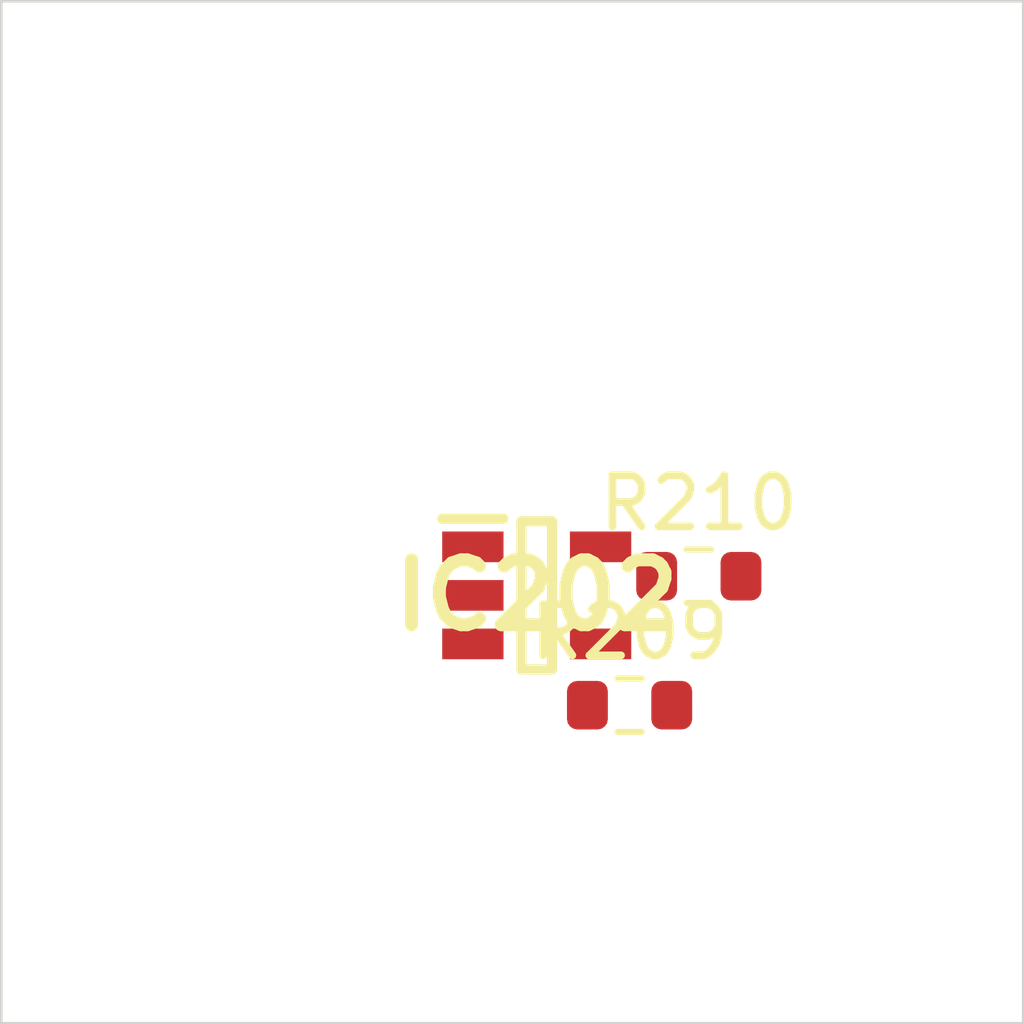
<source format=kicad_pcb>
 ( kicad_pcb  ( version 20171130 )
 ( host pcbnew 5.1.12-84ad8e8a86~92~ubuntu18.04.1 )
 ( general  ( thickness 1.6 )
 ( drawings 4 )
 ( tracks 0 )
 ( zones 0 )
 ( modules 3 )
 ( nets 5 )
)
 ( page A4 )
 ( layers  ( 0 F.Cu signal )
 ( 31 B.Cu signal )
 ( 32 B.Adhes user )
 ( 33 F.Adhes user )
 ( 34 B.Paste user )
 ( 35 F.Paste user )
 ( 36 B.SilkS user )
 ( 37 F.SilkS user )
 ( 38 B.Mask user )
 ( 39 F.Mask user )
 ( 40 Dwgs.User user )
 ( 41 Cmts.User user )
 ( 42 Eco1.User user )
 ( 43 Eco2.User user )
 ( 44 Edge.Cuts user )
 ( 45 Margin user )
 ( 46 B.CrtYd user )
 ( 47 F.CrtYd user )
 ( 48 B.Fab user )
 ( 49 F.Fab user )
)
 ( setup  ( last_trace_width 0.25 )
 ( trace_clearance 0.2 )
 ( zone_clearance 0.508 )
 ( zone_45_only no )
 ( trace_min 0.2 )
 ( via_size 0.8 )
 ( via_drill 0.4 )
 ( via_min_size 0.4 )
 ( via_min_drill 0.3 )
 ( uvia_size 0.3 )
 ( uvia_drill 0.1 )
 ( uvias_allowed no )
 ( uvia_min_size 0.2 )
 ( uvia_min_drill 0.1 )
 ( edge_width 0.05 )
 ( segment_width 0.2 )
 ( pcb_text_width 0.3 )
 ( pcb_text_size 1.5 1.5 )
 ( mod_edge_width 0.12 )
 ( mod_text_size 1 1 )
 ( mod_text_width 0.15 )
 ( pad_size 1.524 1.524 )
 ( pad_drill 0.762 )
 ( pad_to_mask_clearance 0 )
 ( aux_axis_origin 0 0 )
 ( visible_elements FFFFFF7F )
 ( pcbplotparams  ( layerselection 0x010fc_ffffffff )
 ( usegerberextensions false )
 ( usegerberattributes true )
 ( usegerberadvancedattributes true )
 ( creategerberjobfile true )
 ( excludeedgelayer true )
 ( linewidth 0.100000 )
 ( plotframeref false )
 ( viasonmask false )
 ( mode 1 )
 ( useauxorigin false )
 ( hpglpennumber 1 )
 ( hpglpenspeed 20 )
 ( hpglpendiameter 15.000000 )
 ( psnegative false )
 ( psa4output false )
 ( plotreference true )
 ( plotvalue true )
 ( plotinvisibletext false )
 ( padsonsilk false )
 ( subtractmaskfromsilk false )
 ( outputformat 1 )
 ( mirror false )
 ( drillshape 1 )
 ( scaleselection 1 )
 ( outputdirectory "" )
)
)
 ( net 0 "" )
 ( net 1 GND )
 ( net 2 VDDA )
 ( net 3 /Sheet6235D886/vp )
 ( net 4 "Net-(IC202-Pad3)" )
 ( net_class Default "This is the default net class."  ( clearance 0.2 )
 ( trace_width 0.25 )
 ( via_dia 0.8 )
 ( via_drill 0.4 )
 ( uvia_dia 0.3 )
 ( uvia_drill 0.1 )
 ( add_net /Sheet6235D886/vp )
 ( add_net GND )
 ( add_net "Net-(IC202-Pad3)" )
 ( add_net VDDA )
)
 ( module SOT95P280X145-5N locked  ( layer F.Cu )
 ( tedit 62336ED7 )
 ( tstamp 623423ED )
 ( at 90.479100 111.627000 )
 ( descr DBV0005A )
 ( tags "Integrated Circuit" )
 ( path /6235D887/6266C08E )
 ( attr smd )
 ( fp_text reference IC202  ( at 0 0 )
 ( layer F.SilkS )
 ( effects  ( font  ( size 1.27 1.27 )
 ( thickness 0.254 )
)
)
)
 ( fp_text value TL071HIDBVR  ( at 0 0 )
 ( layer F.SilkS )
hide  ( effects  ( font  ( size 1.27 1.27 )
 ( thickness 0.254 )
)
)
)
 ( fp_line  ( start -1.85 -1.5 )
 ( end -0.65 -1.5 )
 ( layer F.SilkS )
 ( width 0.2 )
)
 ( fp_line  ( start -0.3 1.45 )
 ( end -0.3 -1.45 )
 ( layer F.SilkS )
 ( width 0.2 )
)
 ( fp_line  ( start 0.3 1.45 )
 ( end -0.3 1.45 )
 ( layer F.SilkS )
 ( width 0.2 )
)
 ( fp_line  ( start 0.3 -1.45 )
 ( end 0.3 1.45 )
 ( layer F.SilkS )
 ( width 0.2 )
)
 ( fp_line  ( start -0.3 -1.45 )
 ( end 0.3 -1.45 )
 ( layer F.SilkS )
 ( width 0.2 )
)
 ( fp_line  ( start -0.8 -0.5 )
 ( end 0.15 -1.45 )
 ( layer Dwgs.User )
 ( width 0.1 )
)
 ( fp_line  ( start -0.8 1.45 )
 ( end -0.8 -1.45 )
 ( layer Dwgs.User )
 ( width 0.1 )
)
 ( fp_line  ( start 0.8 1.45 )
 ( end -0.8 1.45 )
 ( layer Dwgs.User )
 ( width 0.1 )
)
 ( fp_line  ( start 0.8 -1.45 )
 ( end 0.8 1.45 )
 ( layer Dwgs.User )
 ( width 0.1 )
)
 ( fp_line  ( start -0.8 -1.45 )
 ( end 0.8 -1.45 )
 ( layer Dwgs.User )
 ( width 0.1 )
)
 ( fp_line  ( start -2.1 1.775 )
 ( end -2.1 -1.775 )
 ( layer Dwgs.User )
 ( width 0.05 )
)
 ( fp_line  ( start 2.1 1.775 )
 ( end -2.1 1.775 )
 ( layer Dwgs.User )
 ( width 0.05 )
)
 ( fp_line  ( start 2.1 -1.775 )
 ( end 2.1 1.775 )
 ( layer Dwgs.User )
 ( width 0.05 )
)
 ( fp_line  ( start -2.1 -1.775 )
 ( end 2.1 -1.775 )
 ( layer Dwgs.User )
 ( width 0.05 )
)
 ( pad 1 smd rect  ( at -1.25 -0.95 90.000000 )
 ( size 0.6 1.2 )
 ( layers F.Cu F.Mask F.Paste )
 ( net 3 /Sheet6235D886/vp )
)
 ( pad 2 smd rect  ( at -1.25 0 90.000000 )
 ( size 0.6 1.2 )
 ( layers F.Cu F.Mask F.Paste )
 ( net 1 GND )
)
 ( pad 3 smd rect  ( at -1.25 0.95 90.000000 )
 ( size 0.6 1.2 )
 ( layers F.Cu F.Mask F.Paste )
 ( net 4 "Net-(IC202-Pad3)" )
)
 ( pad 4 smd rect  ( at 1.25 0.95 90.000000 )
 ( size 0.6 1.2 )
 ( layers F.Cu F.Mask F.Paste )
 ( net 3 /Sheet6235D886/vp )
)
 ( pad 5 smd rect  ( at 1.25 -0.95 90.000000 )
 ( size 0.6 1.2 )
 ( layers F.Cu F.Mask F.Paste )
 ( net 2 VDDA )
)
)
 ( module Resistor_SMD:R_0603_1608Metric  ( layer F.Cu )
 ( tedit 5F68FEEE )
 ( tstamp 62342595 )
 ( at 92.296400 113.776000 )
 ( descr "Resistor SMD 0603 (1608 Metric), square (rectangular) end terminal, IPC_7351 nominal, (Body size source: IPC-SM-782 page 72, https://www.pcb-3d.com/wordpress/wp-content/uploads/ipc-sm-782a_amendment_1_and_2.pdf), generated with kicad-footprint-generator" )
 ( tags resistor )
 ( path /6235D887/623CDBD9 )
 ( attr smd )
 ( fp_text reference R209  ( at 0 -1.43 )
 ( layer F.SilkS )
 ( effects  ( font  ( size 1 1 )
 ( thickness 0.15 )
)
)
)
 ( fp_text value 100k  ( at 0 1.43 )
 ( layer F.Fab )
 ( effects  ( font  ( size 1 1 )
 ( thickness 0.15 )
)
)
)
 ( fp_line  ( start -0.8 0.4125 )
 ( end -0.8 -0.4125 )
 ( layer F.Fab )
 ( width 0.1 )
)
 ( fp_line  ( start -0.8 -0.4125 )
 ( end 0.8 -0.4125 )
 ( layer F.Fab )
 ( width 0.1 )
)
 ( fp_line  ( start 0.8 -0.4125 )
 ( end 0.8 0.4125 )
 ( layer F.Fab )
 ( width 0.1 )
)
 ( fp_line  ( start 0.8 0.4125 )
 ( end -0.8 0.4125 )
 ( layer F.Fab )
 ( width 0.1 )
)
 ( fp_line  ( start -0.237258 -0.5225 )
 ( end 0.237258 -0.5225 )
 ( layer F.SilkS )
 ( width 0.12 )
)
 ( fp_line  ( start -0.237258 0.5225 )
 ( end 0.237258 0.5225 )
 ( layer F.SilkS )
 ( width 0.12 )
)
 ( fp_line  ( start -1.48 0.73 )
 ( end -1.48 -0.73 )
 ( layer F.CrtYd )
 ( width 0.05 )
)
 ( fp_line  ( start -1.48 -0.73 )
 ( end 1.48 -0.73 )
 ( layer F.CrtYd )
 ( width 0.05 )
)
 ( fp_line  ( start 1.48 -0.73 )
 ( end 1.48 0.73 )
 ( layer F.CrtYd )
 ( width 0.05 )
)
 ( fp_line  ( start 1.48 0.73 )
 ( end -1.48 0.73 )
 ( layer F.CrtYd )
 ( width 0.05 )
)
 ( fp_text user %R  ( at 0 0 )
 ( layer F.Fab )
 ( effects  ( font  ( size 0.4 0.4 )
 ( thickness 0.06 )
)
)
)
 ( pad 1 smd roundrect  ( at -0.825 0 )
 ( size 0.8 0.95 )
 ( layers F.Cu F.Mask F.Paste )
 ( roundrect_rratio 0.25 )
 ( net 2 VDDA )
)
 ( pad 2 smd roundrect  ( at 0.825 0 )
 ( size 0.8 0.95 )
 ( layers F.Cu F.Mask F.Paste )
 ( roundrect_rratio 0.25 )
 ( net 4 "Net-(IC202-Pad3)" )
)
 ( model ${KISYS3DMOD}/Resistor_SMD.3dshapes/R_0603_1608Metric.wrl  ( at  ( xyz 0 0 0 )
)
 ( scale  ( xyz 1 1 1 )
)
 ( rotate  ( xyz 0 0 0 )
)
)
)
 ( module Resistor_SMD:R_0603_1608Metric  ( layer F.Cu )
 ( tedit 5F68FEEE )
 ( tstamp 623425A6 )
 ( at 93.651500 111.252000 )
 ( descr "Resistor SMD 0603 (1608 Metric), square (rectangular) end terminal, IPC_7351 nominal, (Body size source: IPC-SM-782 page 72, https://www.pcb-3d.com/wordpress/wp-content/uploads/ipc-sm-782a_amendment_1_and_2.pdf), generated with kicad-footprint-generator" )
 ( tags resistor )
 ( path /6235D887/623CDBDF )
 ( attr smd )
 ( fp_text reference R210  ( at 0 -1.43 )
 ( layer F.SilkS )
 ( effects  ( font  ( size 1 1 )
 ( thickness 0.15 )
)
)
)
 ( fp_text value 100k  ( at 0 1.43 )
 ( layer F.Fab )
 ( effects  ( font  ( size 1 1 )
 ( thickness 0.15 )
)
)
)
 ( fp_line  ( start 1.48 0.73 )
 ( end -1.48 0.73 )
 ( layer F.CrtYd )
 ( width 0.05 )
)
 ( fp_line  ( start 1.48 -0.73 )
 ( end 1.48 0.73 )
 ( layer F.CrtYd )
 ( width 0.05 )
)
 ( fp_line  ( start -1.48 -0.73 )
 ( end 1.48 -0.73 )
 ( layer F.CrtYd )
 ( width 0.05 )
)
 ( fp_line  ( start -1.48 0.73 )
 ( end -1.48 -0.73 )
 ( layer F.CrtYd )
 ( width 0.05 )
)
 ( fp_line  ( start -0.237258 0.5225 )
 ( end 0.237258 0.5225 )
 ( layer F.SilkS )
 ( width 0.12 )
)
 ( fp_line  ( start -0.237258 -0.5225 )
 ( end 0.237258 -0.5225 )
 ( layer F.SilkS )
 ( width 0.12 )
)
 ( fp_line  ( start 0.8 0.4125 )
 ( end -0.8 0.4125 )
 ( layer F.Fab )
 ( width 0.1 )
)
 ( fp_line  ( start 0.8 -0.4125 )
 ( end 0.8 0.4125 )
 ( layer F.Fab )
 ( width 0.1 )
)
 ( fp_line  ( start -0.8 -0.4125 )
 ( end 0.8 -0.4125 )
 ( layer F.Fab )
 ( width 0.1 )
)
 ( fp_line  ( start -0.8 0.4125 )
 ( end -0.8 -0.4125 )
 ( layer F.Fab )
 ( width 0.1 )
)
 ( fp_text user %R  ( at 0 0 )
 ( layer F.Fab )
 ( effects  ( font  ( size 0.4 0.4 )
 ( thickness 0.06 )
)
)
)
 ( pad 2 smd roundrect  ( at 0.825 0 )
 ( size 0.8 0.95 )
 ( layers F.Cu F.Mask F.Paste )
 ( roundrect_rratio 0.25 )
 ( net 1 GND )
)
 ( pad 1 smd roundrect  ( at -0.825 0 )
 ( size 0.8 0.95 )
 ( layers F.Cu F.Mask F.Paste )
 ( roundrect_rratio 0.25 )
 ( net 4 "Net-(IC202-Pad3)" )
)
 ( model ${KISYS3DMOD}/Resistor_SMD.3dshapes/R_0603_1608Metric.wrl  ( at  ( xyz 0 0 0 )
)
 ( scale  ( xyz 1 1 1 )
)
 ( rotate  ( xyz 0 0 0 )
)
)
)
 ( gr_line  ( start 100 100 )
 ( end 100 120 )
 ( layer Edge.Cuts )
 ( width 0.05 )
 ( tstamp 62E770C4 )
)
 ( gr_line  ( start 80 120 )
 ( end 100 120 )
 ( layer Edge.Cuts )
 ( width 0.05 )
 ( tstamp 62E770C0 )
)
 ( gr_line  ( start 80 100 )
 ( end 100 100 )
 ( layer Edge.Cuts )
 ( width 0.05 )
 ( tstamp 6234110C )
)
 ( gr_line  ( start 80 100 )
 ( end 80 120 )
 ( layer Edge.Cuts )
 ( width 0.05 )
)
)

</source>
